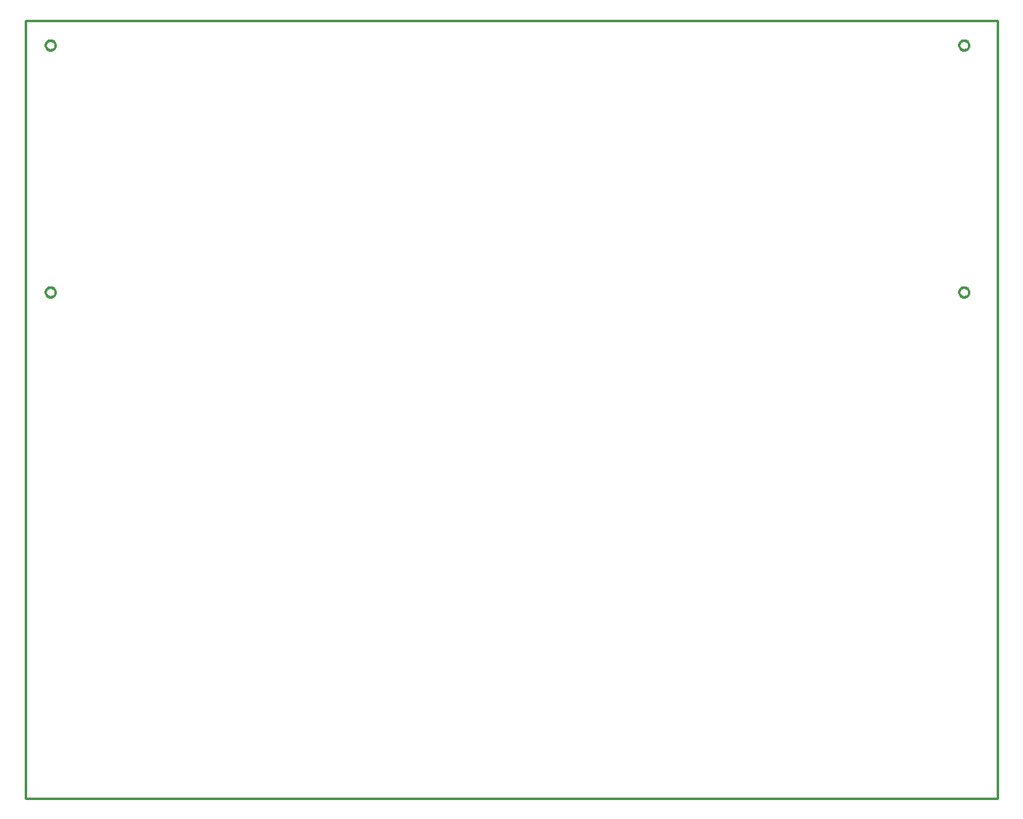
<source format=gbr>
G04 EAGLE Gerber X2 export*
%TF.Part,Single*%
%TF.FileFunction,Profile,NP*%
%TF.FilePolarity,Positive*%
%TF.GenerationSoftware,Autodesk,EAGLE,8.6.2*%
%TF.CreationDate,2018-03-24T09:11:56Z*%
G75*
%MOMM*%
%FSLAX34Y34*%
%LPD*%
%AMOC8*
5,1,8,0,0,1.08239X$1,22.5*%
G01*
%ADD10C,0.254000*%


D10*
X0Y0D02*
X1000000Y0D01*
X1000000Y800000D01*
X0Y800000D01*
X0Y0D01*
X30400Y774419D02*
X30337Y773861D01*
X30212Y773314D01*
X30027Y772784D01*
X29783Y772278D01*
X29484Y771802D01*
X29134Y771363D01*
X28737Y770966D01*
X28298Y770616D01*
X27822Y770317D01*
X27316Y770073D01*
X26786Y769888D01*
X26239Y769763D01*
X25681Y769700D01*
X25119Y769700D01*
X24561Y769763D01*
X24014Y769888D01*
X23484Y770073D01*
X22978Y770317D01*
X22502Y770616D01*
X22063Y770966D01*
X21666Y771363D01*
X21316Y771802D01*
X21017Y772278D01*
X20773Y772784D01*
X20588Y773314D01*
X20463Y773861D01*
X20400Y774419D01*
X20400Y774981D01*
X20463Y775539D01*
X20588Y776086D01*
X20773Y776616D01*
X21017Y777122D01*
X21316Y777598D01*
X21666Y778037D01*
X22063Y778434D01*
X22502Y778784D01*
X22978Y779083D01*
X23484Y779327D01*
X24014Y779512D01*
X24561Y779637D01*
X25119Y779700D01*
X25681Y779700D01*
X26239Y779637D01*
X26786Y779512D01*
X27316Y779327D01*
X27822Y779083D01*
X28298Y778784D01*
X28737Y778434D01*
X29134Y778037D01*
X29484Y777598D01*
X29783Y777122D01*
X30027Y776616D01*
X30212Y776086D01*
X30337Y775539D01*
X30400Y774981D01*
X30400Y774419D01*
X970200Y774419D02*
X970137Y773861D01*
X970012Y773314D01*
X969827Y772784D01*
X969583Y772278D01*
X969284Y771802D01*
X968934Y771363D01*
X968537Y770966D01*
X968098Y770616D01*
X967622Y770317D01*
X967116Y770073D01*
X966586Y769888D01*
X966039Y769763D01*
X965481Y769700D01*
X964919Y769700D01*
X964361Y769763D01*
X963814Y769888D01*
X963284Y770073D01*
X962778Y770317D01*
X962302Y770616D01*
X961863Y770966D01*
X961466Y771363D01*
X961116Y771802D01*
X960817Y772278D01*
X960573Y772784D01*
X960388Y773314D01*
X960263Y773861D01*
X960200Y774419D01*
X960200Y774981D01*
X960263Y775539D01*
X960388Y776086D01*
X960573Y776616D01*
X960817Y777122D01*
X961116Y777598D01*
X961466Y778037D01*
X961863Y778434D01*
X962302Y778784D01*
X962778Y779083D01*
X963284Y779327D01*
X963814Y779512D01*
X964361Y779637D01*
X964919Y779700D01*
X965481Y779700D01*
X966039Y779637D01*
X966586Y779512D01*
X967116Y779327D01*
X967622Y779083D01*
X968098Y778784D01*
X968537Y778434D01*
X968934Y778037D01*
X969284Y777598D01*
X969583Y777122D01*
X969827Y776616D01*
X970012Y776086D01*
X970137Y775539D01*
X970200Y774981D01*
X970200Y774419D01*
X970200Y520419D02*
X970137Y519861D01*
X970012Y519314D01*
X969827Y518784D01*
X969583Y518278D01*
X969284Y517802D01*
X968934Y517363D01*
X968537Y516966D01*
X968098Y516616D01*
X967622Y516317D01*
X967116Y516073D01*
X966586Y515888D01*
X966039Y515763D01*
X965481Y515700D01*
X964919Y515700D01*
X964361Y515763D01*
X963814Y515888D01*
X963284Y516073D01*
X962778Y516317D01*
X962302Y516616D01*
X961863Y516966D01*
X961466Y517363D01*
X961116Y517802D01*
X960817Y518278D01*
X960573Y518784D01*
X960388Y519314D01*
X960263Y519861D01*
X960200Y520419D01*
X960200Y520981D01*
X960263Y521539D01*
X960388Y522086D01*
X960573Y522616D01*
X960817Y523122D01*
X961116Y523598D01*
X961466Y524037D01*
X961863Y524434D01*
X962302Y524784D01*
X962778Y525083D01*
X963284Y525327D01*
X963814Y525512D01*
X964361Y525637D01*
X964919Y525700D01*
X965481Y525700D01*
X966039Y525637D01*
X966586Y525512D01*
X967116Y525327D01*
X967622Y525083D01*
X968098Y524784D01*
X968537Y524434D01*
X968934Y524037D01*
X969284Y523598D01*
X969583Y523122D01*
X969827Y522616D01*
X970012Y522086D01*
X970137Y521539D01*
X970200Y520981D01*
X970200Y520419D01*
X30400Y520419D02*
X30337Y519861D01*
X30212Y519314D01*
X30027Y518784D01*
X29783Y518278D01*
X29484Y517802D01*
X29134Y517363D01*
X28737Y516966D01*
X28298Y516616D01*
X27822Y516317D01*
X27316Y516073D01*
X26786Y515888D01*
X26239Y515763D01*
X25681Y515700D01*
X25119Y515700D01*
X24561Y515763D01*
X24014Y515888D01*
X23484Y516073D01*
X22978Y516317D01*
X22502Y516616D01*
X22063Y516966D01*
X21666Y517363D01*
X21316Y517802D01*
X21017Y518278D01*
X20773Y518784D01*
X20588Y519314D01*
X20463Y519861D01*
X20400Y520419D01*
X20400Y520981D01*
X20463Y521539D01*
X20588Y522086D01*
X20773Y522616D01*
X21017Y523122D01*
X21316Y523598D01*
X21666Y524037D01*
X22063Y524434D01*
X22502Y524784D01*
X22978Y525083D01*
X23484Y525327D01*
X24014Y525512D01*
X24561Y525637D01*
X25119Y525700D01*
X25681Y525700D01*
X26239Y525637D01*
X26786Y525512D01*
X27316Y525327D01*
X27822Y525083D01*
X28298Y524784D01*
X28737Y524434D01*
X29134Y524037D01*
X29484Y523598D01*
X29783Y523122D01*
X30027Y522616D01*
X30212Y522086D01*
X30337Y521539D01*
X30400Y520981D01*
X30400Y520419D01*
X30400Y774419D02*
X30337Y773861D01*
X30212Y773314D01*
X30027Y772784D01*
X29783Y772278D01*
X29484Y771802D01*
X29134Y771363D01*
X28737Y770966D01*
X28298Y770616D01*
X27822Y770317D01*
X27316Y770073D01*
X26786Y769888D01*
X26239Y769763D01*
X25681Y769700D01*
X25119Y769700D01*
X24561Y769763D01*
X24014Y769888D01*
X23484Y770073D01*
X22978Y770317D01*
X22502Y770616D01*
X22063Y770966D01*
X21666Y771363D01*
X21316Y771802D01*
X21017Y772278D01*
X20773Y772784D01*
X20588Y773314D01*
X20463Y773861D01*
X20400Y774419D01*
X20400Y774981D01*
X20463Y775539D01*
X20588Y776086D01*
X20773Y776616D01*
X21017Y777122D01*
X21316Y777598D01*
X21666Y778037D01*
X22063Y778434D01*
X22502Y778784D01*
X22978Y779083D01*
X23484Y779327D01*
X24014Y779512D01*
X24561Y779637D01*
X25119Y779700D01*
X25681Y779700D01*
X26239Y779637D01*
X26786Y779512D01*
X27316Y779327D01*
X27822Y779083D01*
X28298Y778784D01*
X28737Y778434D01*
X29134Y778037D01*
X29484Y777598D01*
X29783Y777122D01*
X30027Y776616D01*
X30212Y776086D01*
X30337Y775539D01*
X30400Y774981D01*
X30400Y774419D01*
X970200Y774419D02*
X970137Y773861D01*
X970012Y773314D01*
X969827Y772784D01*
X969583Y772278D01*
X969284Y771802D01*
X968934Y771363D01*
X968537Y770966D01*
X968098Y770616D01*
X967622Y770317D01*
X967116Y770073D01*
X966586Y769888D01*
X966039Y769763D01*
X965481Y769700D01*
X964919Y769700D01*
X964361Y769763D01*
X963814Y769888D01*
X963284Y770073D01*
X962778Y770317D01*
X962302Y770616D01*
X961863Y770966D01*
X961466Y771363D01*
X961116Y771802D01*
X960817Y772278D01*
X960573Y772784D01*
X960388Y773314D01*
X960263Y773861D01*
X960200Y774419D01*
X960200Y774981D01*
X960263Y775539D01*
X960388Y776086D01*
X960573Y776616D01*
X960817Y777122D01*
X961116Y777598D01*
X961466Y778037D01*
X961863Y778434D01*
X962302Y778784D01*
X962778Y779083D01*
X963284Y779327D01*
X963814Y779512D01*
X964361Y779637D01*
X964919Y779700D01*
X965481Y779700D01*
X966039Y779637D01*
X966586Y779512D01*
X967116Y779327D01*
X967622Y779083D01*
X968098Y778784D01*
X968537Y778434D01*
X968934Y778037D01*
X969284Y777598D01*
X969583Y777122D01*
X969827Y776616D01*
X970012Y776086D01*
X970137Y775539D01*
X970200Y774981D01*
X970200Y774419D01*
X970200Y520419D02*
X970137Y519861D01*
X970012Y519314D01*
X969827Y518784D01*
X969583Y518278D01*
X969284Y517802D01*
X968934Y517363D01*
X968537Y516966D01*
X968098Y516616D01*
X967622Y516317D01*
X967116Y516073D01*
X966586Y515888D01*
X966039Y515763D01*
X965481Y515700D01*
X964919Y515700D01*
X964361Y515763D01*
X963814Y515888D01*
X963284Y516073D01*
X962778Y516317D01*
X962302Y516616D01*
X961863Y516966D01*
X961466Y517363D01*
X961116Y517802D01*
X960817Y518278D01*
X960573Y518784D01*
X960388Y519314D01*
X960263Y519861D01*
X960200Y520419D01*
X960200Y520981D01*
X960263Y521539D01*
X960388Y522086D01*
X960573Y522616D01*
X960817Y523122D01*
X961116Y523598D01*
X961466Y524037D01*
X961863Y524434D01*
X962302Y524784D01*
X962778Y525083D01*
X963284Y525327D01*
X963814Y525512D01*
X964361Y525637D01*
X964919Y525700D01*
X965481Y525700D01*
X966039Y525637D01*
X966586Y525512D01*
X967116Y525327D01*
X967622Y525083D01*
X968098Y524784D01*
X968537Y524434D01*
X968934Y524037D01*
X969284Y523598D01*
X969583Y523122D01*
X969827Y522616D01*
X970012Y522086D01*
X970137Y521539D01*
X970200Y520981D01*
X970200Y520419D01*
X30400Y520419D02*
X30337Y519861D01*
X30212Y519314D01*
X30027Y518784D01*
X29783Y518278D01*
X29484Y517802D01*
X29134Y517363D01*
X28737Y516966D01*
X28298Y516616D01*
X27822Y516317D01*
X27316Y516073D01*
X26786Y515888D01*
X26239Y515763D01*
X25681Y515700D01*
X25119Y515700D01*
X24561Y515763D01*
X24014Y515888D01*
X23484Y516073D01*
X22978Y516317D01*
X22502Y516616D01*
X22063Y516966D01*
X21666Y517363D01*
X21316Y517802D01*
X21017Y518278D01*
X20773Y518784D01*
X20588Y519314D01*
X20463Y519861D01*
X20400Y520419D01*
X20400Y520981D01*
X20463Y521539D01*
X20588Y522086D01*
X20773Y522616D01*
X21017Y523122D01*
X21316Y523598D01*
X21666Y524037D01*
X22063Y524434D01*
X22502Y524784D01*
X22978Y525083D01*
X23484Y525327D01*
X24014Y525512D01*
X24561Y525637D01*
X25119Y525700D01*
X25681Y525700D01*
X26239Y525637D01*
X26786Y525512D01*
X27316Y525327D01*
X27822Y525083D01*
X28298Y524784D01*
X28737Y524434D01*
X29134Y524037D01*
X29484Y523598D01*
X29783Y523122D01*
X30027Y522616D01*
X30212Y522086D01*
X30337Y521539D01*
X30400Y520981D01*
X30400Y520419D01*
M02*

</source>
